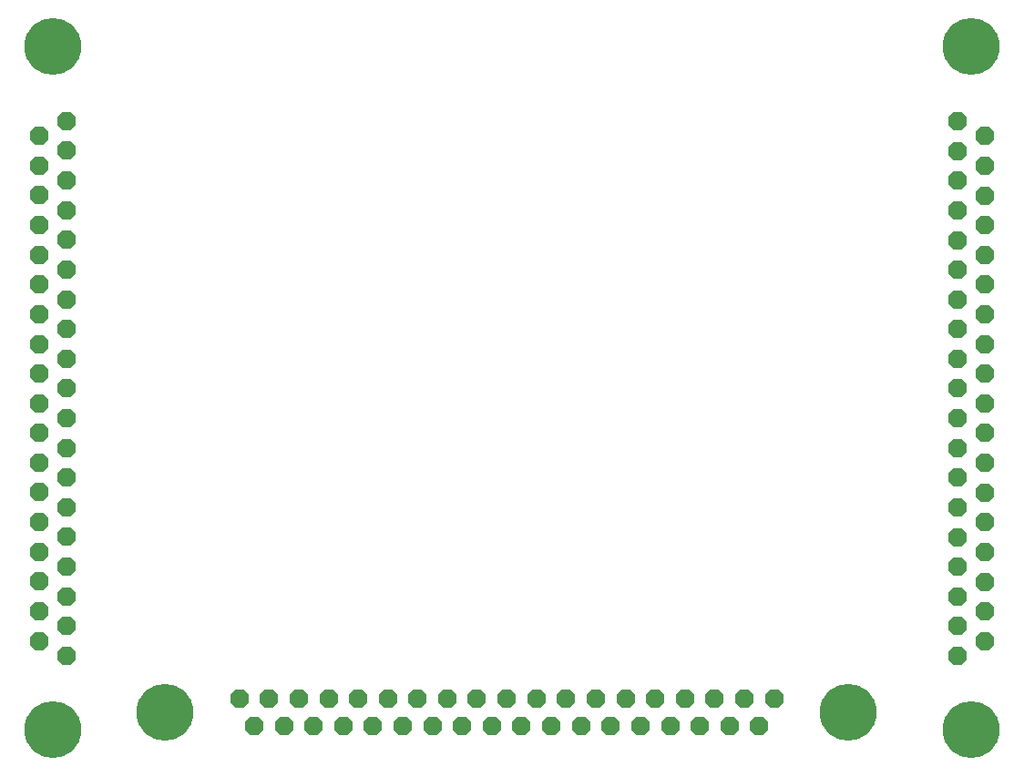
<source format=gts>
G75*
%MOIN*%
%OFA0B0*%
%FSLAX25Y25*%
%IPPOS*%
%LPD*%
%AMOC8*
5,1,8,0,0,1.08239X$1,22.5*
%
%ADD10OC8,0.06800*%
%ADD11C,0.20800*%
D10*
X0075300Y0091004D03*
X0065300Y0096404D03*
X0075300Y0101904D03*
X0065300Y0107304D03*
X0075300Y0112704D03*
X0065300Y0118204D03*
X0075300Y0123604D03*
X0065300Y0129004D03*
X0075300Y0134504D03*
X0065300Y0139904D03*
X0075300Y0145304D03*
X0065300Y0150804D03*
X0075300Y0156204D03*
X0065300Y0161604D03*
X0075300Y0167104D03*
X0065300Y0172504D03*
X0075300Y0177904D03*
X0065300Y0183404D03*
X0075300Y0188804D03*
X0065300Y0194204D03*
X0075300Y0199704D03*
X0065300Y0205104D03*
X0075300Y0210504D03*
X0065300Y0216004D03*
X0075300Y0221404D03*
X0065300Y0226804D03*
X0075300Y0232304D03*
X0065300Y0237704D03*
X0075300Y0243204D03*
X0065300Y0248604D03*
X0075300Y0254004D03*
X0065300Y0259504D03*
X0075300Y0264904D03*
X0065300Y0270304D03*
X0075300Y0275804D03*
X0065300Y0281204D03*
X0075300Y0286604D03*
X0138563Y0075300D03*
X0149363Y0075300D03*
X0160263Y0075300D03*
X0171163Y0075300D03*
X0181963Y0075300D03*
X0192863Y0075300D03*
X0203763Y0075300D03*
X0214663Y0075300D03*
X0225463Y0075300D03*
X0236363Y0075300D03*
X0247263Y0075300D03*
X0258063Y0075300D03*
X0268963Y0075300D03*
X0279863Y0075300D03*
X0290663Y0075300D03*
X0301563Y0075300D03*
X0312463Y0075300D03*
X0323263Y0075300D03*
X0334163Y0075300D03*
X0328763Y0065300D03*
X0317863Y0065300D03*
X0306963Y0065300D03*
X0296163Y0065300D03*
X0285263Y0065300D03*
X0274363Y0065300D03*
X0263563Y0065300D03*
X0252663Y0065300D03*
X0241763Y0065300D03*
X0230963Y0065300D03*
X0220063Y0065300D03*
X0209163Y0065300D03*
X0198363Y0065300D03*
X0187463Y0065300D03*
X0176563Y0065300D03*
X0165663Y0065300D03*
X0154863Y0065300D03*
X0143963Y0065300D03*
X0401363Y0091004D03*
X0401363Y0101804D03*
X0411363Y0096404D03*
X0411363Y0107304D03*
X0411363Y0118104D03*
X0401363Y0112704D03*
X0401363Y0123604D03*
X0401363Y0134404D03*
X0401363Y0145304D03*
X0411363Y0150704D03*
X0411363Y0139904D03*
X0411363Y0129004D03*
X0401363Y0156204D03*
X0401363Y0167104D03*
X0401363Y0177904D03*
X0411363Y0172504D03*
X0411363Y0183404D03*
X0411363Y0194204D03*
X0401363Y0188804D03*
X0401363Y0199704D03*
X0401363Y0210504D03*
X0411363Y0205104D03*
X0411363Y0216004D03*
X0411363Y0226804D03*
X0411363Y0237704D03*
X0401363Y0243104D03*
X0401363Y0232304D03*
X0401363Y0221404D03*
X0411363Y0248604D03*
X0411363Y0259404D03*
X0411363Y0270304D03*
X0401363Y0275704D03*
X0401363Y0264904D03*
X0401363Y0254004D03*
X0411363Y0281204D03*
X0401363Y0286604D03*
X0411363Y0161604D03*
D11*
X0070300Y0063804D03*
X0111363Y0070300D03*
X0361363Y0070300D03*
X0406363Y0063804D03*
X0406363Y0313804D03*
X0070300Y0313804D03*
M02*

</source>
